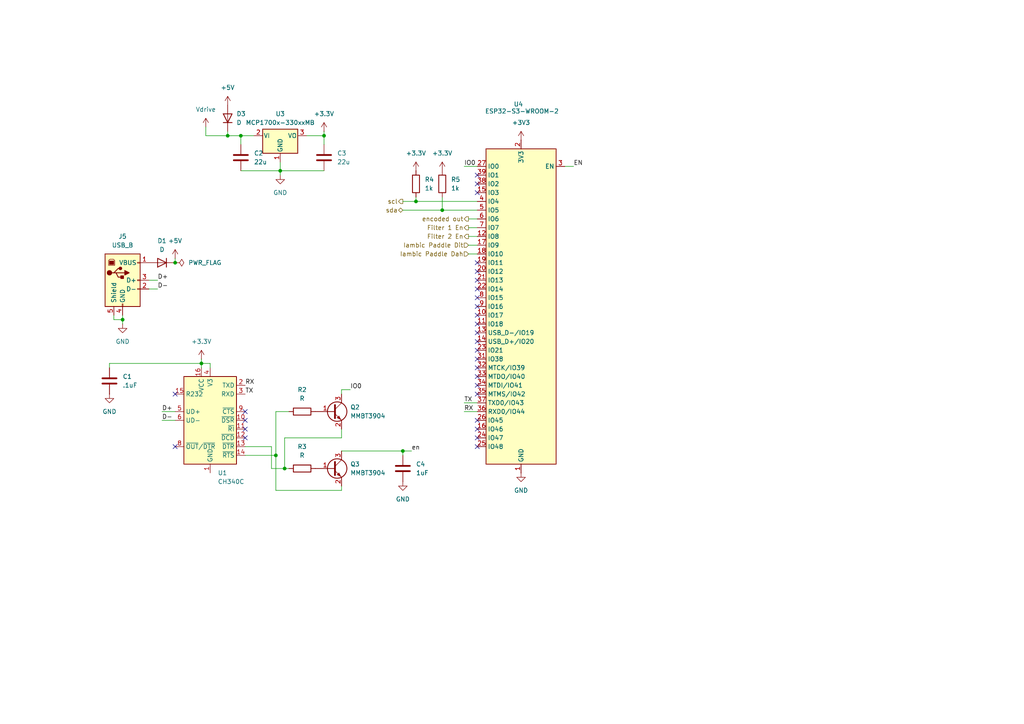
<source format=kicad_sch>
(kicad_sch (version 20231120) (generator "eeschema") (generator_version "8.0")
  (paper "A4")
  (lib_symbols
    (symbol "Connector:USB_B" (pin_names (offset 1.016))
      (property "Reference" "J" (at -5.08 11.43 0))
      (property "Value" "USB_B" (at -5.08 8.89 0))
      (symbol "USB_B_0_1"
        (rectangle (start -5.08 -7.62) (end 5.08 7.62) (stroke (width 0.254)) (fill (type background)))
        (circle (center -3.81 2.159) (radius 0.635) (stroke (width 0.254)) (fill (type outline)))
        (rectangle (start -3.81 5.588) (end -2.54 4.572) (fill (type outline)))
        (circle (center -0.635 3.429) (radius 0.381) (stroke (width 0.254)) (fill (type outline)))
        (rectangle (start -0.127 -7.62) (end 0.127 -6.858))
        (polyline (pts (xy -1.905 2.159) (xy 0.635 2.159)) (stroke (width 0.254)))
        (polyline (pts (xy -3.175 2.159) (xy -2.54 2.159) (xy -1.27 3.429) (xy -0.635 3.429)) (stroke (width 0.254)))
        (polyline (pts (xy -2.54 2.159) (xy -1.905 2.159) (xy -1.27 0.889) (xy 0 0.889)) (stroke (width 0.254)))
        (polyline (pts (xy 0.635 2.794) (xy 0.635 1.524) (xy 1.905 2.159) (xy 0.635 2.794)) (stroke (width 0.254)) (fill (type outline)))
        (polyline (pts (xy -4.064 4.318) (xy -2.286 4.318) (xy -2.286 5.715) (xy -2.667 6.096) (xy -3.683 6.096) (xy -4.064 5.715) (xy -4.064 4.318)))
        (rectangle (start 0.254 1.27) (end -0.508 0.508) (stroke (width 0.254)) (fill (type outline)))
        (rectangle (start 5.08 -2.667) (end 4.318 -2.413))
        (rectangle (start 5.08 -0.127) (end 4.318 0.127))
        (rectangle (start 5.08 4.953) (end 4.318 5.207))
      )
      (symbol "USB_B_1_1"
        (pin power_out line (at 7.62 5.08 180) (length 2.54) (name "VBUS") (number "1"))
        (pin bidirectional line (at 7.62 -2.54 180) (length 2.54) (name "D-") (number "2"))
        (pin bidirectional line (at 7.62 0 180) (length 2.54) (name "D+") (number "3"))
        (pin power_out line (at 0 -10.16 90) (length 2.54) (name "GND") (number "4"))
        (pin passive line (at -2.54 -10.16 90) (length 2.54) (name "Shield") (number "5"))
      )
    )
    (symbol "Device:C" (pin_numbers hide) (pin_names (offset 0.254))
      (property "Reference" "C" (at 0.635 2.54 0))
      (property "Value" "C" (at 0.635 -2.54 0))
      (symbol "C_0_1"
        (polyline (pts (xy -2.032 -0.762) (xy 2.032 -0.762)) (stroke (width 0.508)))
        (polyline (pts (xy -2.032 0.762) (xy 2.032 0.762)) (stroke (width 0.508)))
      )
      (symbol "C_1_1"
        (pin passive line (at 0 3.81 270) (length 2.794) (name "~") (number "1"))
        (pin passive line (at 0 -3.81 90) (length 2.794) (name "~") (number "2"))
      )
    )
    (symbol "Device:D" (pin_numbers hide) (pin_names (offset 1.016) hide)
      (property "Reference" "D" (at 0 2.54 0))
      (property "Value" "D" (at 0 -2.54 0))
      (symbol "D_0_1"
        (polyline (pts (xy -1.27 1.27) (xy -1.27 -1.27)) (stroke (width 0.254)))
        (polyline (pts (xy 1.27 0) (xy -1.27 0)))
        (polyline (pts (xy 1.27 1.27) (xy 1.27 -1.27) (xy -1.27 0) (xy 1.27 1.27)) (stroke (width 0.254)))
      )
      (symbol "D_1_1"
        (pin passive line (at -3.81 0 0) (length 2.54) (name "K") (number "1"))
        (pin passive line (at 3.81 0 180) (length 2.54) (name "A") (number "2"))
      )
    )
    (symbol "Device:R" (pin_numbers hide) (pin_names (offset 0))
      (property "Reference" "R" (at 2.032 0 90))
      (property "Value" "R" (at 0 0 90))
      (symbol "R_0_1"
        (rectangle (start -1.016 -2.54) (end 1.016 2.54) (stroke (width 0.254)))
      )
      (symbol "R_1_1"
        (pin passive line (at 0 3.81 270) (length 1.27) (name "~") (number "1"))
        (pin passive line (at 0 -3.81 90) (length 1.27) (name "~") (number "2"))
      )
    )
    (symbol "Interface_USB:CH340C"
      (property "Reference" "U" (at -5.08 13.97 0))
      (property "Value" "CH340C" (at 1.27 13.97 0))
      (symbol "CH340C_0_1"
        (rectangle (start -7.62 12.7) (end 7.62 -12.7) (stroke (width 0.254)) (fill (type background)))
      )
      (symbol "CH340C_1_1"
        (pin power_in line (at 0 -15.24 90) (length 2.54) (name "GND") (number "1"))
        (pin input line (at 10.16 0 180) (length 2.54) (name "~{DSR}") (number "10"))
        (pin input line (at 10.16 -2.54 180) (length 2.54) (name "~{RI}") (number "11"))
        (pin input line (at 10.16 -5.08 180) (length 2.54) (name "~{DCD}") (number "12"))
        (pin output line (at 10.16 -7.62 180) (length 2.54) (name "~{DTR}") (number "13"))
        (pin output line (at 10.16 -10.16 180) (length 2.54) (name "~{RTS}") (number "14"))
        (pin input line (at -10.16 7.62 0) (length 2.54) (name "R232") (number "15"))
        (pin power_in line (at -2.54 15.24 270) (length 2.54) (name "VCC") (number "16"))
        (pin output line (at 10.16 10.16 180) (length 2.54) (name "TXD") (number "2"))
        (pin input line (at 10.16 7.62 180) (length 2.54) (name "RXD") (number "3"))
        (pin power_out line (at 0 15.24 270) (length 2.54) (name "V3") (number "4"))
        (pin bidirectional line (at -10.16 2.54 0) (length 2.54) (name "UD+") (number "5"))
        (pin bidirectional line (at -10.16 0 0) (length 2.54) (name "UD-") (number "6"))
        (pin no_connect line (at -7.62 -5.08 0) (length 2.54) hide (name "NC") (number "7"))
        (pin output line (at -10.16 -7.62 0) (length 2.54) (name "~{OUT}/~{DTR}") (number "8"))
        (pin input line (at 10.16 2.54 180) (length 2.54) (name "~{CTS}") (number "9"))
      )
    )
    (symbol "RF_Module:ESP32-S3-WROOM-2"
      (property "Reference" "U" (at -10.16 45.72 0))
      (property "Value" "ESP32-S3-WROOM-2" (at 2.54 45.72 0))
      (symbol "ESP32-S3-WROOM-2_0_1"
        (rectangle (start -10.16 45.72) (end 10.16 -45.72) (stroke (width 0.254)) (fill (type background)))
      )
      (symbol "ESP32-S3-WROOM-2_1_1"
        (pin power_in line (at 0 -48.26 90) (length 2.54) (name "GND") (number "1"))
        (pin bidirectional line (at 12.7 -2.54 180) (length 2.54) (name "IO17") (number "10"))
        (pin bidirectional line (at 12.7 -5.08 180) (length 2.54) (name "IO18") (number "11"))
        (pin bidirectional line (at 12.7 20.32 180) (length 2.54) (name "IO8") (number "12"))
        (pin bidirectional line (at 12.7 -7.62 180) (length 2.54) (name "USB_D-/IO19") (number "13"))
        (pin bidirectional line (at 12.7 -10.16 180) (length 2.54) (name "USB_D+/IO20") (number "14"))
        (pin bidirectional line (at 12.7 33.02 180) (length 2.54) (name "IO3") (number "15"))
        (pin bidirectional line (at 12.7 -35.56 180) (length 2.54) (name "IO46") (number "16"))
        (pin bidirectional line (at 12.7 17.78 180) (length 2.54) (name "IO9") (number "17"))
        (pin bidirectional line (at 12.7 15.24 180) (length 2.54) (name "IO10") (number "18"))
        (pin bidirectional line (at 12.7 12.7 180) (length 2.54) (name "IO11") (number "19"))
        (pin power_in line (at 0 48.26 270) (length 2.54) (name "3V3") (number "2"))
        (pin bidirectional line (at 12.7 10.16 180) (length 2.54) (name "IO12") (number "20"))
        (pin bidirectional line (at 12.7 7.62 180) (length 2.54) (name "IO13") (number "21"))
        (pin bidirectional line (at 12.7 5.08 180) (length 2.54) (name "IO14") (number "22"))
        (pin bidirectional line (at 12.7 -12.7 180) (length 2.54) (name "IO21") (number "23"))
        (pin bidirectional line (at 12.7 -38.1 180) (length 2.54) (name "IO47") (number "24"))
        (pin bidirectional line (at 12.7 -40.64 180) (length 2.54) (name "IO48") (number "25"))
        (pin bidirectional line (at 12.7 -33.02 180) (length 2.54) (name "IO45") (number "26"))
        (pin bidirectional line (at 12.7 40.64 180) (length 2.54) (name "IO0") (number "27"))
        (pin no_connect line (at -10.16 -35.56 0) (length 2.54) hide (name "NC") (number "28"))
        (pin no_connect line (at -10.16 -38.1 0) (length 2.54) hide (name "NC") (number "29"))
        (pin input line (at -12.7 40.64 0) (length 2.54) (name "EN") (number "3"))
        (pin no_connect line (at -10.16 -40.64 0) (length 2.54) hide (name "NC") (number "30"))
        (pin bidirectional line (at 12.7 -15.24 180) (length 2.54) (name "IO38") (number "31"))
        (pin bidirectional line (at 12.7 -17.78 180) (length 2.54) (name "MTCK/IO39") (number "32"))
        (pin bidirectional line (at 12.7 -20.32 180) (length 2.54) (name "MTDO/IO40") (number "33"))
        (pin bidirectional line (at 12.7 -22.86 180) (length 2.54) (name "MTDI/IO41") (number "34"))
        (pin bidirectional line (at 12.7 -25.4 180) (length 2.54) (name "MTMS/IO42") (number "35"))
        (pin bidirectional line (at 12.7 -30.48 180) (length 2.54) (name "RXD0/IO44") (number "36"))
        (pin bidirectional line (at 12.7 -27.94 180) (length 2.54) (name "TXD0/IO43") (number "37"))
        (pin bidirectional line (at 12.7 35.56 180) (length 2.54) (name "IO2") (number "38"))
        (pin bidirectional line (at 12.7 38.1 180) (length 2.54) (name "IO1") (number "39"))
        (pin bidirectional line (at 12.7 30.48 180) (length 2.54) (name "IO4") (number "4"))
        (pin passive line (at 0 -48.26 90) (length 2.54) hide (name "GND") (number "40"))
        (pin passive line (at 0 -48.26 90) (length 2.54) hide (name "GND") (number "41"))
        (pin bidirectional line (at 12.7 27.94 180) (length 2.54) (name "IO5") (number "5"))
        (pin bidirectional line (at 12.7 25.4 180) (length 2.54) (name "IO6") (number "6"))
        (pin bidirectional line (at 12.7 22.86 180) (length 2.54) (name "IO7") (number "7"))
        (pin bidirectional line (at 12.7 2.54 180) (length 2.54) (name "IO15") (number "8"))
        (pin bidirectional line (at 12.7 0 180) (length 2.54) (name "IO16") (number "9"))
      )
    )
    (symbol "Regulator_Linear:MCP1700x-330xxMB" (pin_names (offset 0.254))
      (property "Reference" "U" (at -3.81 3.175 0))
      (property "Value" "MCP1700x-330xxMB" (at 0 3.175 0))
      (symbol "MCP1700x-330xxMB_0_1"
        (rectangle (start -5.08 -5.08) (end 5.08 1.905) (stroke (width 0.254)) (fill (type background)))
      )
      (symbol "MCP1700x-330xxMB_1_1"
        (pin power_in line (at 0 -7.62 90) (length 2.54) (name "GND") (number "1"))
        (pin power_in line (at -7.62 0 0) (length 2.54) (name "VI") (number "2"))
        (pin power_out line (at 7.62 0 180) (length 2.54) (name "VO") (number "3"))
      )
    )
    (symbol "Transistor_BJT:MMBT3904" (pin_names (offset 0) hide)
      (property "Reference" "Q" (at 5.08 1.905 0))
      (property "Value" "MMBT3904" (at 5.08 0 0))
      (symbol "MMBT3904_0_1"
        (polyline (pts (xy 0.635 0.635) (xy 2.54 2.54)))
        (polyline (pts (xy 0.635 -0.635) (xy 2.54 -2.54) (xy 2.54 -2.54)))
        (polyline (pts (xy 0.635 1.905) (xy 0.635 -1.905) (xy 0.635 -1.905)) (stroke (width 0.508)))
        (polyline (pts (xy 1.27 -1.778) (xy 1.778 -1.27) (xy 2.286 -2.286) (xy 1.27 -1.778) (xy 1.27 -1.778)) (fill (type outline)))
        (circle (center 1.27 0) (radius 2.8194) (stroke (width 0.254)))
      )
      (symbol "MMBT3904_1_1"
        (pin input line (at -5.08 0 0) (length 5.715) (name "B") (number "1"))
        (pin passive line (at 2.54 -5.08 90) (length 2.54) (name "E") (number "2"))
        (pin passive line (at 2.54 5.08 270) (length 2.54) (name "C") (number "3"))
      )
    )
    (symbol "power:+3.3V" (power) (pin_numbers hide) (pin_names (offset 0) hide)
      (property "Value" "+3.3V" (at 0 3.556 0))
      (symbol "+3.3V_0_1"
        (polyline (pts (xy -0.762 1.27) (xy 0 2.54)))
        (polyline (pts (xy 0 0) (xy 0 2.54)))
        (polyline (pts (xy 0 2.54) (xy 0.762 1.27)))
      )
      (symbol "+3.3V_1_1"
        (pin power_in line (at 0 0 90) (length 0) (name "~") (number "1"))
      )
    )
    (symbol "power:+3V3" (power) (pin_numbers hide) (pin_names (offset 0) hide)
      (property "Value" "+3V3" (at 0 3.556 0))
      (symbol "+3V3_0_1"
        (polyline (pts (xy -0.762 1.27) (xy 0 2.54)))
        (polyline (pts (xy 0 0) (xy 0 2.54)))
        (polyline (pts (xy 0 2.54) (xy 0.762 1.27)))
      )
      (symbol "+3V3_1_1"
        (pin power_in line (at 0 0 90) (length 0) (name "~") (number "1"))
      )
    )
    (symbol "power:+5V" (power) (pin_numbers hide) (pin_names (offset 0) hide)
      (property "Value" "+5V" (at 0 3.556 0))
      (symbol "+5V_0_1"
        (polyline (pts (xy -0.762 1.27) (xy 0 2.54)))
        (polyline (pts (xy 0 0) (xy 0 2.54)))
        (polyline (pts (xy 0 2.54) (xy 0.762 1.27)))
      )
      (symbol "+5V_1_1"
        (pin power_in line (at 0 0 90) (length 0) (name "~") (number "1"))
      )
    )
    (symbol "power:GND" (power) (pin_numbers hide) (pin_names (offset 0) hide)
      (property "Value" "GND" (at 0 -3.81 0))
      (symbol "GND_0_1"
        (polyline (pts (xy 0 0) (xy 0 -1.27) (xy 1.27 -1.27) (xy 0 -2.54) (xy -1.27 -1.27) (xy 0 -1.27)))
      )
      (symbol "GND_1_1"
        (pin power_in line (at 0 0 270) (length 0) (name "~") (number "1"))
      )
    )
    (symbol "power:PWR_FLAG" (power) (pin_numbers hide) (pin_names (offset 0) hide)
      (property "Value" "PWR_FLAG" (at 0 3.81 0))
      (symbol "PWR_FLAG_0_0"
        (pin power_out line (at 0 0 90) (length 0) (name "~") (number "1"))
      )
      (symbol "PWR_FLAG_0_1"
        (polyline (pts (xy 0 0) (xy 0 1.27) (xy -1.016 1.905) (xy 0 2.54) (xy 1.016 1.905) (xy 0 1.27)))
      )
    )
    (symbol "power:Vdrive" (power) (pin_numbers hide) (pin_names (offset 0) hide)
      (property "Value" "Vdrive" (at 0 3.556 0))
      (symbol "Vdrive_0_1"
        (polyline (pts (xy -0.762 1.27) (xy 0 2.54)))
        (polyline (pts (xy 0 0) (xy 0 2.54)))
        (polyline (pts (xy 0 2.54) (xy 0.762 1.27)))
      )
      (symbol "Vdrive_1_1"
        (pin power_in line (at 0 0 90) (length 0) (name "~") (number "1"))
      )
    )
  )
  (junction (at 116.84 130.81))
  (junction (at 128.27 60.96))
  (junction (at 82.55 135.89))
  (junction (at 66.04 39.37))
  (junction (at 93.98 39.37))
  (junction (at 69.85 39.37))
  (junction (at 35.56 92.71))
  (junction (at 50.8 76.2))
  (junction (at 58.42 105.41))
  (junction (at 80.01 132.08))
  (junction (at 81.28 49.53))
  (junction (at 120.65 58.42))
  (no_connect (at 138.43 78.74))
  (no_connect (at 71.12 124.46))
  (no_connect (at 138.43 127))
  (no_connect (at 138.43 50.8))
  (no_connect (at 71.12 119.38))
  (no_connect (at 138.43 111.76))
  (no_connect (at 138.43 83.82))
  (no_connect (at 138.43 106.68))
  (no_connect (at 138.43 104.14))
  (no_connect (at 138.43 93.98))
  (no_connect (at 138.43 55.88))
  (no_connect (at 138.43 88.9))
  (no_connect (at 138.43 91.44))
  (no_connect (at 138.43 121.92))
  (no_connect (at 138.43 124.46))
  (no_connect (at 138.43 96.52))
  (no_connect (at 50.8 114.3))
  (no_connect (at 138.43 109.22))
  (no_connect (at 71.12 127))
  (no_connect (at 138.43 129.54))
  (no_connect (at 138.43 86.36))
  (no_connect (at 138.43 101.6))
  (no_connect (at 50.8 129.54))
  (no_connect (at 138.43 114.3))
  (no_connect (at 138.43 53.34))
  (no_connect (at 71.12 121.92))
  (no_connect (at 138.43 76.2))
  (no_connect (at 138.43 81.28))
  (no_connect (at 138.43 99.06))
  (wire (pts (xy 120.65 58.42) (xy 138.43 58.42)))
  (wire (pts (xy 116.84 130.81) (xy 116.84 132.08)))
  (wire (pts (xy 134.62 119.38) (xy 138.43 119.38)))
  (wire (pts (xy 59.69 39.37) (xy 59.69 36.83)))
  (wire (pts (xy 128.27 57.15) (xy 128.27 60.96)))
  (wire (pts (xy 43.18 83.82) (xy 45.72 83.82)))
  (wire (pts (xy 82.55 135.89) (xy 82.55 127)))
  (wire (pts (xy 135.89 73.66) (xy 138.43 73.66)))
  (wire (pts (xy 50.8 74.93) (xy 50.8 76.2)))
  (wire (pts (xy 69.85 39.37) (xy 69.85 41.91)))
  (wire (pts (xy 81.28 46.99) (xy 81.28 49.53)))
  (wire (pts (xy 33.02 92.71) (xy 33.02 91.44)))
  (wire (pts (xy 116.84 60.96) (xy 128.27 60.96)))
  (wire (pts (xy 46.99 119.38) (xy 50.8 119.38)))
  (wire (pts (xy 82.55 127) (xy 99.06 127)))
  (wire (pts (xy 120.65 57.15) (xy 120.65 58.42)))
  (wire (pts (xy 60.96 105.41) (xy 60.96 106.68)))
  (wire (pts (xy 81.28 49.53) (xy 93.98 49.53)))
  (wire (pts (xy 163.83 48.26) (xy 166.37 48.26)))
  (wire (pts (xy 93.98 39.37) (xy 93.98 41.91)))
  (wire (pts (xy 71.12 129.54) (xy 78.74 129.54)))
  (wire (pts (xy 99.06 113.03) (xy 101.6 113.03)))
  (wire (pts (xy 135.89 66.04) (xy 138.43 66.04)))
  (wire (pts (xy 135.89 71.12) (xy 138.43 71.12)))
  (wire (pts (xy 80.01 119.38) (xy 83.82 119.38)))
  (wire (pts (xy 78.74 135.89) (xy 82.55 135.89)))
  (wire (pts (xy 134.62 48.26) (xy 138.43 48.26)))
  (wire (pts (xy 71.12 132.08) (xy 80.01 132.08)))
  (wire (pts (xy 128.27 60.96) (xy 138.43 60.96)))
  (wire (pts (xy 66.04 39.37) (xy 69.85 39.37)))
  (wire (pts (xy 43.18 81.28) (xy 45.72 81.28)))
  (wire (pts (xy 35.56 92.71) (xy 35.56 93.98)))
  (wire (pts (xy 99.06 114.3) (xy 99.06 113.03)))
  (wire (pts (xy 31.75 105.41) (xy 31.75 106.68)))
  (wire (pts (xy 80.01 132.08) (xy 80.01 119.38)))
  (wire (pts (xy 99.06 130.81) (xy 116.84 130.81)))
  (wire (pts (xy 58.42 105.41) (xy 60.96 105.41)))
  (wire (pts (xy 35.56 91.44) (xy 35.56 92.71)))
  (wire (pts (xy 82.55 135.89) (xy 83.82 135.89)))
  (wire (pts (xy 135.89 68.58) (xy 138.43 68.58)))
  (wire (pts (xy 58.42 105.41) (xy 31.75 105.41)))
  (wire (pts (xy 46.99 121.92) (xy 50.8 121.92)))
  (wire (pts (xy 116.84 130.81) (xy 119.38 130.81)))
  (wire (pts (xy 116.84 58.42) (xy 120.65 58.42)))
  (wire (pts (xy 58.42 105.41) (xy 58.42 106.68)))
  (wire (pts (xy 69.85 49.53) (xy 81.28 49.53)))
  (wire (pts (xy 80.01 142.24) (xy 99.06 142.24)))
  (wire (pts (xy 59.69 39.37) (xy 66.04 39.37)))
  (wire (pts (xy 35.56 92.71) (xy 33.02 92.71)))
  (wire (pts (xy 99.06 127) (xy 99.06 124.46)))
  (wire (pts (xy 134.62 116.84) (xy 138.43 116.84)))
  (wire (pts (xy 93.98 39.37) (xy 93.98 38.1)))
  (wire (pts (xy 58.42 104.14) (xy 58.42 105.41)))
  (wire (pts (xy 66.04 38.1) (xy 66.04 39.37)))
  (wire (pts (xy 81.28 49.53) (xy 81.28 50.8)))
  (wire (pts (xy 80.01 132.08) (xy 80.01 142.24)))
  (wire (pts (xy 88.9 39.37) (xy 93.98 39.37)))
  (wire (pts (xy 99.06 142.24) (xy 99.06 140.97)))
  (wire (pts (xy 135.89 63.5) (xy 138.43 63.5)))
  (wire (pts (xy 78.74 129.54) (xy 78.74 135.89)))
  (wire (pts (xy 69.85 39.37) (xy 73.66 39.37)))
  (label "D+" (at 45.72 81.28 0))
  (label "D-" (at 45.72 83.82 0))
  (label "IO0" (at 101.6 113.03 0))
  (label "RX" (at 71.12 111.76 0))
  (label "en" (at 119.38 130.81 0))
  (label "RX" (at 134.62 119.38 0))
  (label "D-" (at 46.99 121.92 0))
  (label "D+" (at 46.99 119.38 0))
  (label "EN" (at 166.37 48.26 0))
  (label "TX" (at 134.62 116.84 0))
  (label "IO0" (at 134.62 48.26 0))
  (label "TX" (at 71.12 114.3 0))
  (hierarchical_label "Iambic Paddle Dit" (shape input) (at 135.89 71.12 180))
  (hierarchical_label "Filter 1 En" (shape output) (at 135.89 66.04 180))
  (hierarchical_label "Iambic Paddle Dah" (shape input) (at 135.89 73.66 180))
  (hierarchical_label "Filter 2 En" (shape output) (at 135.89 68.58 180))
  (hierarchical_label "encoded out" (shape output) (at 135.89 63.5 180))
  (hierarchical_label "sda" (shape bidirectional) (at 116.84 60.96 180))
  (hierarchical_label "scl" (shape output) (at 116.84 58.42 180))
  (symbol (lib_id "power:Vdrive") (at 59.69 36.83 0) (unit 1)
    (property "Reference" "#PWR018" (effects (hide yes)))
    (property "Value" "Vdrive" (at 59.69 31.75 0))
    (property "Description" "Power symbol creates a global label with name \"Vdrive\"" (effects (hide yes)))
  )
  (symbol (lib_id "power:+5V") (at 66.04 30.48 0) (unit 1)
    (property "Reference" "#PWR012" (effects (hide yes)))
    (property "Value" "+5V" (at 66.04 25.4 0))
    (property "Description" "Power symbol creates a global label with name \"+5V\"" (effects (hide yes)))
  )
  (symbol (lib_id "power:GND") (at 81.28 50.8 0) (unit 1)
    (property "Reference" "#PWR013" (effects (hide yes)))
    (property "Value" "GND" (at 81.28 55.88 0))
    (property "Description" "Power symbol creates a global label with name \"GND\" , ground" (effects (hide yes)))
  )
  (symbol (lib_id "power:+5V") (at 50.8 74.93 0) (unit 1)
    (property "Reference" "#PWR011" (effects (hide yes)))
    (property "Value" "+5V" (at 50.8 69.85 0))
    (property "Description" "Power symbol creates a global label with name \"+5V\"" (effects (hide yes)))
  )
  (symbol (lib_id "power:+3.3V") (at 93.98 38.1 0) (unit 1)
    (property "Reference" "#PWR014" (effects (hide yes)))
    (property "Value" "+3.3V" (at 93.98 33.02 0))
    (property "Description" "Power symbol creates a global label with name \"+3.3V\"" (effects (hide yes)))
  )
  (symbol (lib_id "power:GND") (at 31.75 114.3 0) (unit 1)
    (property "Reference" "#PWR010" (effects (hide yes)))
    (property "Value" "GND" (at 31.75 119.38 0))
    (property "Description" "Power symbol creates a global label with name \"GND\" , ground" (effects (hide yes)))
  )
  (symbol (lib_id "RF_Module:ESP32-S3-WROOM-2") (at 151.13 88.9 0) (mirror y) (unit 1)
    (property "Reference" "U4" (at 150.368 30.226 0))
    (property "Value" "ESP32-S3-WROOM-2" (at 151.384 32.258 0))
    (property "Footprint" "RF_Module:ESP32-S3-WROOM-2" (effects (hide yes)))
    (property "Datasheet" "https://www.espressif.com/sites/default/files/documentation/esp32-s3-wroom-2_datasheet_en.pdf" (effects (hide yes)))
    (property "Description" "RF Module, 2.4 GHz, Wi­-Fi, Bluetooth, BLE, ESP32­-S3R8V" (effects (hide yes)))
  )
  (symbol (lib_id "Device:D") (at 46.99 76.2 180) (unit 1)
    (property "Reference" "D1" (at 46.99 69.85 0))
    (property "Value" "D" (at 46.99 72.39 0))
    (property "Footprint" "Diode_SMD:D_1206_3216Metric" (effects (hide yes)))
    (property "Description" "Diode" (effects (hide yes)))
    (property "Sim.Device" "D" (effects (hide yes)))
    (property "Sim.Pins" "1=K 2=A" (effects (hide yes)))
  )
  (symbol (lib_id "power:GND") (at 151.13 137.16 0) (unit 1)
    (property "Reference" "#PWR016" (effects (hide yes)))
    (property "Value" "GND" (at 151.13 142.24 0))
    (property "Description" "Power symbol creates a global label with name \"GND\" , ground" (effects (hide yes)))
  )
  (symbol (lib_id "Regulator_Linear:MCP1700x-330xxMB") (at 81.28 39.37 0) (unit 1)
    (property "Reference" "U3" (at 81.28 33.02 0))
    (property "Value" "MCP1700x-330xxMB" (at 81.28 35.56 0))
    (property "Footprint" "Package_TO_SOT_SMD:SOT-89-3" (effects (hide yes)))
    (property "Datasheet" "http://ww1.microchip.com/downloads/en/DeviceDoc/20001826D.pdf" (effects (hide yes)))
    (property "Description" "250mA Low Quiscent Current LDO, 3.3V output, SOT-89" (effects (hide yes)))
  )
  (symbol (lib_id "power:+3V3") (at 151.13 40.64 0) (unit 1)
    (property "Reference" "#PWR015" (effects (hide yes)))
    (property "Value" "+3V3" (at 151.13 35.56 0))
    (property "Description" "Power symbol creates a global label with name \"+3V3\"" (effects (hide yes)))
  )
  (symbol (lib_id "Device:R") (at 87.63 135.89 90) (unit 1)
    (property "Reference" "R3" (at 87.63 129.54 90))
    (property "Value" "R" (at 87.63 132.08 90))
    (property "Footprint" "Resistor_SMD:R_1206_3216Metric" (effects (hide yes)))
    (property "Description" "Resistor" (effects (hide yes)))
  )
  (symbol (lib_id "Device:C") (at 31.75 110.49 0) (unit 1)
    (property "Reference" "C1" (at 35.56 109.2199 0) (effects (justify left)))
    (property "Value" ".1uF" (at 35.56 111.7599 0) (effects (justify left)))
    (property "Footprint" "Capacitor_SMD:C_1206_3216Metric" (effects (hide yes)))
    (property "Description" "Unpolarized capacitor" (effects (hide yes)))
  )
  (symbol (lib_id "Device:D") (at 66.04 34.29 90) (unit 1)
    (property "Reference" "D3" (at 68.58 33.0199 90) (effects (justify right)))
    (property "Value" "D" (at 68.58 35.5599 90) (effects (justify right)))
    (property "Description" "Diode" (effects (hide yes)))
    (property "Sim.Device" "D" (effects (hide yes)))
    (property "Sim.Pins" "1=K 2=A" (effects (hide yes)))
  )
  (symbol (lib_id "Transistor_BJT:MMBT3904") (at 96.52 119.38 0) (unit 1)
    (property "Reference" "Q2" (at 101.6 118.1099 0) (effects (justify left)))
    (property "Value" "MMBT3904" (at 101.6 120.6499 0) (effects (justify left)))
    (property "Footprint" "Package_TO_SOT_SMD:SOT-23" (effects (hide yes)))
    (property "Datasheet" "https://www.onsemi.com/pdf/datasheet/pzt3904-d.pdf" (effects (hide yes)))
    (property "Description" "0.2A Ic, 40V Vce, Small Signal NPN Transistor, SOT-23" (effects (hide yes)))
  )
  (symbol (lib_id "Device:C") (at 116.84 135.89 0) (unit 1)
    (property "Reference" "C4" (at 120.65 134.6199 0) (effects (justify left)))
    (property "Value" "1uF" (at 120.65 137.1599 0) (effects (justify left)))
    (property "Footprint" "Capacitor_SMD:C_1206_3216Metric" (effects (hide yes)))
    (property "Description" "Unpolarized capacitor" (effects (hide yes)))
  )
  (symbol (lib_id "Transistor_BJT:MMBT3904") (at 96.52 135.89 0) (unit 1)
    (property "Reference" "Q3" (at 101.6 134.6199 0) (effects (justify left)))
    (property "Value" "MMBT3904" (at 101.6 137.1599 0) (effects (justify left)))
    (property "Footprint" "Package_TO_SOT_SMD:SOT-23" (effects (hide yes)))
    (property "Datasheet" "https://www.onsemi.com/pdf/datasheet/pzt3904-d.pdf" (effects (hide yes)))
    (property "Description" "0.2A Ic, 40V Vce, Small Signal NPN Transistor, SOT-23" (effects (hide yes)))
  )
  (symbol (lib_id "Device:C") (at 69.85 45.72 0) (unit 1)
    (property "Reference" "C2" (at 73.66 44.4499 0) (effects (justify left)))
    (property "Value" "22u" (at 73.66 46.9899 0) (effects (justify left)))
    (property "Footprint" "Capacitor_SMD:C_1206_3216Metric" (effects (hide yes)))
    (property "Description" "Unpolarized capacitor" (effects (hide yes)))
  )
  (symbol (lib_id "Device:R") (at 128.27 53.34 0) (unit 1)
    (property "Reference" "R5" (at 130.81 52.0699 0) (effects (justify left)))
    (property "Value" "1k" (at 130.81 54.6099 0) (effects (justify left)))
    (property "Footprint" "Resistor_SMD:R_1206_3216Metric" (effects (hide yes)))
    (property "Description" "Resistor" (effects (hide yes)))
  )
  (symbol (lib_id "Device:R") (at 120.65 53.34 0) (unit 1)
    (property "Reference" "R4" (at 123.19 52.0699 0) (effects (justify left)))
    (property "Value" "1k" (at 123.19 54.6099 0) (effects (justify left)))
    (property "Footprint" "Resistor_SMD:R_1206_3216Metric" (effects (hide yes)))
    (property "Description" "Resistor" (effects (hide yes)))
  )
  (symbol (lib_id "Device:R") (at 87.63 119.38 90) (unit 1)
    (property "Reference" "R2" (at 87.63 113.03 90))
    (property "Value" "R" (at 87.63 115.57 90))
    (property "Footprint" "Resistor_SMD:R_1206_3216Metric" (effects (hide yes)))
    (property "Description" "Resistor" (effects (hide yes)))
  )
  (symbol (lib_id "power:+3.3V") (at 58.42 104.14 0) (unit 1)
    (property "Reference" "#PWR09" (effects (hide yes)))
    (property "Value" "+3.3V" (at 58.42 99.06 0))
    (property "Description" "Power symbol creates a global label with name \"+3.3V\"" (effects (hide yes)))
  )
  (symbol (lib_id "power:GND") (at 35.56 93.98 0) (unit 1)
    (property "Reference" "#PWR08" (effects (hide yes)))
    (property "Value" "GND" (at 35.56 99.06 0))
    (property "Description" "Power symbol creates a global label with name \"GND\" , ground" (effects (hide yes)))
  )
  (symbol (lib_id "power:+3.3V") (at 128.27 49.53 0) (unit 1)
    (property "Reference" "#PWR024" (effects (hide yes)))
    (property "Value" "+3.3V" (at 128.27 44.45 0))
    (property "Description" "Power symbol creates a global label with name \"+3.3V\"" (effects (hide yes)))
  )
  (symbol (lib_id "power:GND") (at 116.84 139.7 0) (unit 1)
    (property "Reference" "#PWR017" (effects (hide yes)))
    (property "Value" "GND" (at 116.84 144.78 0))
    (property "Description" "Power symbol creates a global label with name \"GND\" , ground" (effects (hide yes)))
  )
  (symbol (lib_id "power:PWR_FLAG") (at 50.8 76.2 270) (unit 1)
    (property "Reference" "#FLG03" (effects (hide yes)))
    (property "Value" "PWR_FLAG" (at 54.61 76.1999 90) (effects (justify left)))
    (property "Description" "Special symbol for telling ERC where power comes from" (effects (hide yes)))
  )
  (symbol (lib_id "Interface_USB:CH340C") (at 60.96 121.92 0) (unit 1)
    (property "Reference" "U1" (at 63.1541 137.16 0) (effects (justify left)))
    (property "Value" "CH340C" (at 63.1541 139.7 0) (effects (justify left)))
    (property "Footprint" "Package_SO:SOIC-16_3.9x9.9mm_P1.27mm" (effects (hide yes)))
    (property "Datasheet" "https://datasheet.lcsc.com/szlcsc/Jiangsu-Qin-Heng-CH340C_C84681.pdf" (effects (hide yes)))
    (property "Description" "USB serial converter, UART, SOIC-16" (effects (hide yes)))
  )
  (symbol (lib_id "power:+3.3V") (at 120.65 49.53 0) (unit 1)
    (property "Reference" "#PWR023" (effects (hide yes)))
    (property "Value" "+3.3V" (at 120.65 44.45 0))
    (property "Description" "Power symbol creates a global label with name \"+3.3V\"" (effects (hide yes)))
  )
  (symbol (lib_id "Connector:USB_B") (at 35.56 81.28 0) (unit 1)
    (property "Reference" "J5" (at 35.56 68.58 0))
    (property "Value" "USB_B" (at 35.56 71.12 0))
    (property "Footprint" "Connector_USB:USB_B_Amphenol_MUSB-D511_Vertical_Rugged" (effects (hide yes)))
    (property "Datasheet" " ~" (effects (hide yes)))
    (property "Description" "USB Type B connector" (effects (hide yes)))
  )
  (symbol (lib_id "Device:C") (at 93.98 45.72 0) (unit 1)
    (property "Reference" "C3" (at 97.79 44.4499 0) (effects (justify left)))
    (property "Value" "22u" (at 97.79 46.9899 0) (effects (justify left)))
    (property "Footprint" "Capacitor_SMD:C_1206_3216Metric" (effects (hide yes)))
    (property "Description" "Unpolarized capacitor" (effects (hide yes)))
  )
)
</source>
